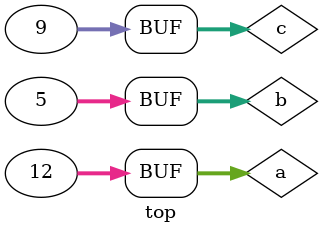
<source format=sv>
/*
:name: binary_op_bit_xor
:description: ^ operator test
:should_fail: 0
:tags: 11.4.8
*/
module top();
int a = 12;
int b = 5;
int c;
initial begin
    c = a ^ b;
end
endmodule
</source>
